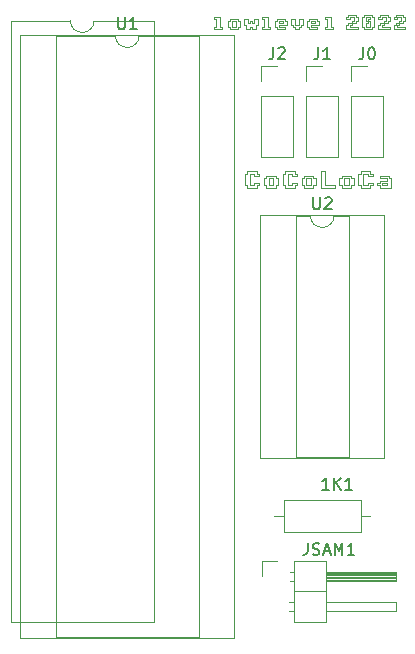
<source format=gto>
G04 #@! TF.GenerationSoftware,KiCad,Pcbnew,(5.1.9)-1*
G04 #@! TF.CreationDate,2022-09-29T01:04:44-04:00*
G04 #@! TF.ProjectId,Cocoloca,436f636f-6c6f-4636-912e-6b696361645f,rev?*
G04 #@! TF.SameCoordinates,Original*
G04 #@! TF.FileFunction,Legend,Top*
G04 #@! TF.FilePolarity,Positive*
%FSLAX46Y46*%
G04 Gerber Fmt 4.6, Leading zero omitted, Abs format (unit mm)*
G04 Created by KiCad (PCBNEW (5.1.9)-1) date 2022-09-29 01:04:44*
%MOMM*%
%LPD*%
G01*
G04 APERTURE LIST*
%ADD10C,0.014400*%
%ADD11C,0.010000*%
%ADD12C,0.120000*%
%ADD13C,0.150000*%
G04 APERTURE END LIST*
D10*
X146784390Y-92638829D02*
X146585171Y-92638829D01*
X145784781Y-91839610D02*
X146585171Y-91839610D01*
X148784781Y-92638829D02*
X148784781Y-92040000D01*
X147185171Y-91440000D02*
X147584781Y-91440000D01*
X145184781Y-92638829D02*
X144985563Y-92638829D01*
X145184781Y-91639219D02*
X145184781Y-91839610D01*
X143185563Y-92040000D02*
X143185563Y-92638829D01*
X146585171Y-92040000D02*
X146784390Y-92040000D01*
X146585171Y-92839219D02*
X145784781Y-92839219D01*
X144785171Y-92439610D02*
X145184781Y-92439610D01*
X143985953Y-92638829D02*
X143985953Y-91639219D01*
X148384000Y-92638829D02*
X148384000Y-92839219D01*
X147584781Y-91440000D02*
X147584781Y-92638829D01*
X145585563Y-92040000D02*
X145784781Y-92040000D01*
X145184781Y-91839610D02*
X144785171Y-91839610D01*
X145784781Y-92839219D02*
X145784781Y-92638829D01*
X144185171Y-92839219D02*
X144185171Y-92638829D01*
X146585171Y-91839610D02*
X146585171Y-92040000D01*
X144785171Y-91639219D02*
X144385563Y-91639219D01*
X143985953Y-91639219D02*
X144185171Y-91639219D01*
X147584781Y-92638829D02*
X148384000Y-92638829D01*
X146585171Y-92638829D02*
X146585171Y-92839219D01*
X144985563Y-91639219D02*
X145184781Y-91639219D01*
X144985563Y-92839219D02*
X144185171Y-92839219D01*
X145985171Y-92638829D02*
X145985171Y-92040000D01*
X145184781Y-92439610D02*
X145184781Y-92638829D01*
X148784781Y-92040000D02*
X148984000Y-92040000D01*
X147185171Y-92839219D02*
X147185171Y-91440000D01*
X144985563Y-92638829D02*
X144985563Y-92839219D01*
X144385563Y-91639219D02*
X144385563Y-92638829D01*
X146384781Y-92638829D02*
X145985171Y-92638829D01*
X145985171Y-92040000D02*
X146384781Y-92040000D01*
X144985563Y-91440000D02*
X144985563Y-91639219D01*
X145784781Y-92638829D02*
X145585563Y-92638829D01*
X144185171Y-92638829D02*
X143985953Y-92638829D01*
X144385563Y-92638829D02*
X144785171Y-92638829D01*
X144785171Y-91839610D02*
X144785171Y-91639219D01*
X146784390Y-92040000D02*
X146784390Y-92638829D01*
X143185563Y-92638829D02*
X142785953Y-92638829D01*
X145585563Y-92638829D02*
X145585563Y-92040000D01*
X148384000Y-92839219D02*
X147185171Y-92839219D01*
X144785171Y-92638829D02*
X144785171Y-92439610D01*
X145784781Y-92040000D02*
X145784781Y-91839610D01*
X144185171Y-91440000D02*
X144985563Y-91440000D01*
X146384781Y-92040000D02*
X146384781Y-92638829D01*
X144185171Y-91639219D02*
X144185171Y-91440000D01*
X140786734Y-92638829D02*
X140786734Y-91639219D01*
X140786734Y-91639219D02*
X140985953Y-91639219D01*
X141585953Y-92638829D02*
X141585953Y-92439610D01*
X142585563Y-91839610D02*
X143385953Y-91839610D01*
X141786344Y-91639219D02*
X141985563Y-91639219D01*
X140985953Y-91639219D02*
X140985953Y-91440000D01*
X142785953Y-92040000D02*
X143185563Y-92040000D01*
X142785953Y-92638829D02*
X142785953Y-92040000D01*
X142585563Y-92638829D02*
X142386344Y-92638829D01*
X140985953Y-91440000D02*
X141786344Y-91440000D01*
X142585563Y-92839219D02*
X142585563Y-92638829D01*
X141585953Y-92439610D02*
X141985563Y-92439610D01*
X141585953Y-91839610D02*
X141585953Y-91639219D01*
X143385953Y-92839219D02*
X142585563Y-92839219D01*
X143385953Y-92638829D02*
X143385953Y-92839219D01*
X141985563Y-92439610D02*
X141985563Y-92638829D01*
X143585171Y-92638829D02*
X143385953Y-92638829D01*
X143585171Y-92040000D02*
X143585171Y-92638829D01*
X142386344Y-92040000D02*
X142585563Y-92040000D01*
X143385953Y-92040000D02*
X143585171Y-92040000D01*
X143385953Y-91839610D02*
X143385953Y-92040000D01*
X142585563Y-92040000D02*
X142585563Y-91839610D01*
X142386344Y-92638829D02*
X142386344Y-92040000D01*
X140985953Y-92638829D02*
X140786734Y-92638829D01*
X140985953Y-92839219D02*
X140985953Y-92638829D01*
X141786344Y-92839219D02*
X140985953Y-92839219D01*
X141786344Y-91440000D02*
X141786344Y-91639219D01*
X141985563Y-92638829D02*
X141786344Y-92638829D01*
X141585953Y-91639219D02*
X141186344Y-91639219D01*
X141985563Y-91639219D02*
X141985563Y-91839610D01*
X141186344Y-92638829D02*
X141585953Y-92638829D01*
X141786344Y-92638829D02*
X141786344Y-92839219D01*
X141186344Y-91639219D02*
X141186344Y-92638829D01*
X141985563Y-91839610D02*
X141585953Y-91839610D01*
X152383609Y-92439610D02*
X152783215Y-92439610D01*
X152183219Y-92839219D02*
X152183219Y-92638829D01*
X152783215Y-92439610D02*
X152783215Y-92638829D01*
X152183219Y-92638829D02*
X151984000Y-92638829D01*
X152783215Y-92638829D02*
X152383609Y-92638829D01*
X152383609Y-92638829D02*
X152383609Y-92439610D01*
X150583609Y-91440000D02*
X151384000Y-91440000D01*
X149584000Y-92040000D02*
X149584000Y-92638829D01*
X149983610Y-92638829D02*
X149784390Y-92638829D01*
X149184390Y-92638829D02*
X149184390Y-92040000D01*
X151583219Y-91839610D02*
X151183609Y-91839610D01*
X153182828Y-92839219D02*
X152183219Y-92839219D01*
X153182828Y-92040000D02*
X153182828Y-92839219D01*
X149983610Y-92040000D02*
X149983610Y-92638829D01*
X151183609Y-91639219D02*
X150784000Y-91639219D01*
X150583609Y-92638829D02*
X150384390Y-92638829D01*
X152183219Y-92239219D02*
X152783215Y-92239219D01*
X151984000Y-92439610D02*
X152183219Y-92439610D01*
X152983604Y-92040000D02*
X153182828Y-92040000D01*
X149784390Y-92638829D02*
X149784390Y-92839219D01*
X152983604Y-91839610D02*
X152983604Y-92040000D01*
X152183219Y-91839610D02*
X152983604Y-91839610D01*
X151583219Y-92439610D02*
X151583219Y-92638829D01*
X150784000Y-91639219D02*
X150784000Y-92638829D01*
X151384000Y-92839219D02*
X150583609Y-92839219D01*
X152183219Y-92040000D02*
X152183219Y-91839610D01*
X152783215Y-92040000D02*
X152183219Y-92040000D01*
X148984000Y-92638829D02*
X148784781Y-92638829D01*
X152783215Y-92239219D02*
X152783215Y-92040000D01*
X152183219Y-92439610D02*
X152183219Y-92239219D01*
X151984000Y-92638829D02*
X151984000Y-92439610D01*
X149784390Y-91839610D02*
X149784390Y-92040000D01*
X150583609Y-92839219D02*
X150583609Y-92638829D01*
X151183609Y-92439610D02*
X151583219Y-92439610D01*
X151384000Y-92638829D02*
X151384000Y-92839219D01*
X149584000Y-92638829D02*
X149184390Y-92638829D01*
X148984000Y-92839219D02*
X148984000Y-92638829D01*
X151183609Y-91839610D02*
X151183609Y-91639219D01*
X151384000Y-91639219D02*
X151583219Y-91639219D01*
X150583609Y-91639219D02*
X150583609Y-91440000D01*
X149184390Y-92040000D02*
X149584000Y-92040000D01*
X150384390Y-91639219D02*
X150583609Y-91639219D01*
X148984000Y-92040000D02*
X148984000Y-91839610D01*
X149784390Y-92040000D02*
X149983610Y-92040000D01*
X151183609Y-92638829D02*
X151183609Y-92439610D01*
X151583219Y-92638829D02*
X151384000Y-92638829D01*
X150384390Y-92638829D02*
X150384390Y-91639219D01*
X149784390Y-92839219D02*
X148984000Y-92839219D01*
X148984000Y-91839610D02*
X149784390Y-91839610D01*
X150784000Y-92638829D02*
X151183609Y-92638829D01*
X151583219Y-91639219D02*
X151583219Y-91839610D01*
X151384000Y-91440000D02*
X151384000Y-91639219D01*
D11*
X140200000Y-79248000D02*
X140200000Y-79414992D01*
X140200000Y-78581984D02*
X140200000Y-78748976D01*
X139533008Y-78748976D02*
X139533008Y-78581984D01*
X139533008Y-79248000D02*
X139366992Y-79248000D01*
X140200000Y-79414992D02*
X139533008Y-79414992D01*
X139533008Y-79414992D02*
X139533008Y-79248000D01*
X140366015Y-79248000D02*
X140200000Y-79248000D01*
X140200000Y-78748976D02*
X140366015Y-78748976D01*
X139366992Y-78748976D02*
X139533008Y-78748976D01*
X139533008Y-78581984D02*
X140200000Y-78581984D01*
X140366015Y-78748976D02*
X140366015Y-79248000D01*
X139366992Y-79248000D02*
X139366992Y-78748976D01*
X138366992Y-78581984D02*
X138200000Y-78581984D01*
X150697072Y-79248000D02*
X150697072Y-78414992D01*
X149697072Y-78581984D02*
X149364062Y-78581984D01*
X151530082Y-78414992D02*
X151696092Y-78414992D01*
X151363082Y-78414992D02*
X151363082Y-78581984D01*
X150863082Y-79248000D02*
X150697072Y-79248000D01*
X150863082Y-78248976D02*
X151530082Y-78248976D01*
X151530082Y-79248000D02*
X151530082Y-79414992D01*
X151196092Y-78914992D02*
X151030082Y-78914992D01*
X151196092Y-78581984D02*
X151196092Y-78748976D01*
X151363082Y-78581984D02*
X151196092Y-78581984D01*
X151530082Y-78248976D02*
X151530082Y-78414992D01*
X150030082Y-78748976D02*
X150030082Y-78414992D01*
X150697072Y-78414992D02*
X150863082Y-78414992D01*
X150863082Y-78414992D02*
X150863082Y-78248976D01*
X151196092Y-78748976D02*
X151196092Y-78914992D01*
X149697072Y-78414992D02*
X149697072Y-78581984D01*
X151696092Y-78414992D02*
X151696092Y-79248000D01*
X151030082Y-78414992D02*
X151363082Y-78414992D01*
X151530082Y-79414992D02*
X150863082Y-79414992D01*
X150863082Y-79414992D02*
X150863082Y-79248000D01*
X151696092Y-79248000D02*
X151530082Y-79248000D01*
X150030082Y-78414992D02*
X149697072Y-78414992D01*
X149863082Y-78748976D02*
X150030082Y-78748976D01*
X149530082Y-78914992D02*
X149863082Y-78914992D01*
X150363082Y-79414992D02*
X149364062Y-79414992D01*
X150197072Y-78748976D02*
X150197072Y-78914992D01*
X150363082Y-78414992D02*
X150363082Y-78748976D01*
X149863082Y-78914992D02*
X149863082Y-78748976D01*
X149863082Y-79081984D02*
X149697072Y-79081008D01*
X147698047Y-78581984D02*
X147531055Y-78581984D01*
X150197072Y-78414992D02*
X150363082Y-78414992D01*
X149364062Y-78414992D02*
X149530082Y-78414992D01*
X149697072Y-79081008D02*
X149697072Y-79248000D01*
X150197072Y-78248976D02*
X150197072Y-78414992D01*
X149530082Y-79081984D02*
X149530082Y-78914992D01*
X149364062Y-78581984D02*
X149364062Y-78414992D01*
X149364062Y-79081984D02*
X149530082Y-79081984D01*
X149364062Y-79414992D02*
X149364062Y-79081984D01*
X150363082Y-79248000D02*
X150363082Y-79414992D01*
X149530082Y-78248976D02*
X150197072Y-78248976D01*
X147698047Y-79248000D02*
X147698047Y-78581984D01*
X149863082Y-78914992D02*
X149863082Y-79081984D01*
X149530082Y-78414992D02*
X149530082Y-78248976D01*
X149697072Y-79248000D02*
X150363082Y-79248000D01*
X150197072Y-78914992D02*
X149863082Y-78914992D01*
X150363082Y-78748976D02*
X150197072Y-78748976D01*
X152196092Y-78248976D02*
X152863082Y-78248976D01*
X151363082Y-78748976D02*
X151196092Y-78748976D01*
X151196092Y-78748976D02*
X151030082Y-78748976D01*
X152030082Y-78581984D02*
X152030082Y-78414992D01*
X152529102Y-79081984D02*
X152363082Y-79081008D01*
X152529102Y-78914992D02*
X152529102Y-78748976D01*
X152196092Y-79081984D02*
X152196092Y-78914992D01*
X153029102Y-79248000D02*
X153029102Y-79414992D01*
X152030082Y-79081984D02*
X152196092Y-79081984D01*
X152863082Y-78914992D02*
X152529102Y-78914992D01*
X152696092Y-78748976D02*
X152696092Y-78414992D01*
X154196092Y-78248976D02*
X154196092Y-78414992D01*
X153029102Y-79414992D02*
X152030082Y-79414992D01*
X153029102Y-78748976D02*
X152863082Y-78748976D01*
X151030082Y-79248000D02*
X151363082Y-79248000D01*
X152863082Y-78748976D02*
X152863082Y-78914992D01*
X154362112Y-78414992D02*
X154362112Y-78748976D01*
X153529102Y-78248976D02*
X154196092Y-78248976D01*
X152529102Y-78914992D02*
X152529102Y-79081984D01*
X152363082Y-78581984D02*
X152030082Y-78581984D01*
X152529102Y-78748976D02*
X152696092Y-78748976D01*
X151030082Y-78748976D02*
X151030082Y-78414992D01*
X152030082Y-79414992D02*
X152030082Y-79081984D01*
X152863082Y-78248976D02*
X152863082Y-78414992D01*
X152196092Y-78414992D02*
X152196092Y-78248976D01*
X151030082Y-78914992D02*
X151030082Y-79248000D01*
X152696092Y-78414992D02*
X152363082Y-78414992D01*
X152030082Y-78414992D02*
X152196092Y-78414992D01*
X153696092Y-79248000D02*
X154362112Y-79248000D01*
X153696092Y-79081008D02*
X153696092Y-79248000D01*
X153862112Y-79081984D02*
X153696092Y-79081008D01*
X154196092Y-78414992D02*
X154362112Y-78414992D01*
X152363082Y-78414992D02*
X152363082Y-78581984D01*
X153862112Y-78914992D02*
X153862112Y-79081984D01*
X154196092Y-78914992D02*
X153862112Y-78914992D01*
X153529102Y-78414992D02*
X153529102Y-78248976D01*
X154362112Y-78748976D02*
X154196092Y-78748976D01*
X151363082Y-79248000D02*
X151363082Y-78748976D01*
X154196092Y-78748976D02*
X154196092Y-78914992D01*
X153363082Y-78414992D02*
X153529102Y-78414992D01*
X153363082Y-78581984D02*
X153363082Y-78414992D01*
X152196092Y-78914992D02*
X152529102Y-78914992D01*
X152863082Y-78414992D02*
X153029102Y-78414992D01*
X152363082Y-79248000D02*
X153029102Y-79248000D01*
X152363082Y-79081008D02*
X152363082Y-79248000D01*
X153029102Y-78414992D02*
X153029102Y-78748976D01*
X138866992Y-79414992D02*
X138200000Y-79414992D01*
X138700000Y-79248000D02*
X138866992Y-79248000D01*
X138700000Y-78414992D02*
X138700000Y-79248000D01*
X138366992Y-79248000D02*
X138366992Y-78581984D01*
X138200000Y-79248000D02*
X138366992Y-79248000D01*
X138200000Y-79414992D02*
X138200000Y-79248000D01*
X138866992Y-79248000D02*
X138866992Y-79414992D01*
X138200000Y-78414992D02*
X138700000Y-78414992D01*
X138200000Y-78581984D02*
X138200000Y-78414992D01*
X143366015Y-78748976D02*
X143532031Y-78748976D01*
X143532031Y-79248000D02*
X143366015Y-79248000D01*
X144199023Y-79414992D02*
X143532031Y-79414992D01*
X142366015Y-79248000D02*
X142366015Y-78581984D01*
X143532031Y-78748976D02*
X143532031Y-78581984D01*
X142866015Y-79248000D02*
X142866015Y-79414992D01*
X144199023Y-79248000D02*
X144199023Y-79414992D01*
X143699023Y-79081984D02*
X143699023Y-79248000D01*
X144365039Y-79081984D02*
X143699023Y-79081984D01*
X143366015Y-79248000D02*
X143366015Y-78748976D01*
X143699023Y-79248000D02*
X144199023Y-79248000D01*
X143532031Y-78581984D02*
X144199023Y-78581984D01*
X142699023Y-78414992D02*
X142699023Y-79248000D01*
X144199023Y-78581984D02*
X144199023Y-78748976D01*
X143532031Y-79414992D02*
X143532031Y-79248000D01*
X144365039Y-78748976D02*
X144365039Y-79081984D01*
X142199023Y-79248000D02*
X142366015Y-79248000D01*
X144199023Y-78748976D02*
X144365039Y-78748976D01*
X142366015Y-78581984D02*
X142199023Y-78581984D01*
X142199023Y-78414992D02*
X142699023Y-78414992D01*
X142199023Y-79414992D02*
X142199023Y-79248000D01*
X142699023Y-79248000D02*
X142866015Y-79248000D01*
X142866015Y-79414992D02*
X142199023Y-79414992D01*
X153529102Y-78914992D02*
X153862112Y-78914992D01*
X154362112Y-79248000D02*
X154362112Y-79414992D01*
X153363082Y-79081984D02*
X153529102Y-79081984D01*
X154029101Y-78414992D02*
X153696092Y-78414992D01*
X153529102Y-79081984D02*
X153529102Y-78914992D01*
X154362112Y-79414992D02*
X153363082Y-79414992D01*
X153363082Y-79414992D02*
X153363082Y-79081984D01*
X153862112Y-78748976D02*
X154029101Y-78748976D01*
X154029101Y-78748976D02*
X154029101Y-78414992D01*
X153696092Y-78581984D02*
X153363082Y-78581984D01*
X153696092Y-78414992D02*
X153696092Y-78581984D01*
X153862112Y-78914992D02*
X153862112Y-78748976D01*
X148031052Y-78414992D02*
X148031052Y-79248000D01*
X146365039Y-79081984D02*
X146365039Y-79248000D01*
X146865039Y-79414992D02*
X146198046Y-79414992D01*
X146365039Y-79248000D02*
X146865039Y-79248000D01*
X147531055Y-78414992D02*
X148031052Y-78414992D01*
X148198042Y-79414992D02*
X147531055Y-79414992D01*
X147531055Y-78581984D02*
X147531055Y-78414992D01*
X146198046Y-78581984D02*
X146865039Y-78581984D01*
X146365039Y-78914992D02*
X146365039Y-78748976D01*
X146198046Y-79248000D02*
X146032031Y-79248000D01*
X146198046Y-79414992D02*
X146198046Y-79248000D01*
X146865039Y-79248000D02*
X146865039Y-79414992D01*
X146698047Y-78914992D02*
X146365039Y-78914992D01*
X146365039Y-78748976D02*
X146698047Y-78748976D01*
X146698047Y-78748976D02*
X146698047Y-78914992D01*
X147031055Y-79081984D02*
X146365039Y-79081984D01*
X146865039Y-78748976D02*
X147031055Y-78748976D01*
X147031055Y-78748976D02*
X147031055Y-79081984D01*
X146865039Y-78581984D02*
X146865039Y-78748976D01*
X147531055Y-79248000D02*
X147698047Y-79248000D01*
X147531055Y-79414992D02*
X147531055Y-79248000D01*
X148198042Y-79248000D02*
X148198042Y-79414992D01*
X148031052Y-79248000D02*
X148198042Y-79248000D01*
X140033008Y-78748976D02*
X140033008Y-79248000D01*
X141366015Y-79414992D02*
X141366015Y-79248000D01*
X141366015Y-79248000D02*
X141199023Y-79248000D01*
X141699023Y-79414992D02*
X141366015Y-79414992D01*
X141866015Y-79081984D02*
X141699023Y-79081984D01*
X141866015Y-78581984D02*
X141866015Y-79081984D01*
X141533008Y-78914992D02*
X141533008Y-78581984D01*
X141199023Y-78748976D02*
X141366015Y-78748976D01*
X141366015Y-78748976D02*
X141366015Y-78914992D01*
X140866015Y-79414992D02*
X140866015Y-79081984D01*
X141199023Y-79414992D02*
X140866015Y-79414992D01*
X141199023Y-79248000D02*
X141199023Y-79414992D01*
X141699023Y-79081984D02*
X141699023Y-79414992D01*
X141033008Y-78914992D02*
X141199023Y-78914992D01*
X141033008Y-78581984D02*
X141033008Y-78914992D01*
X140700000Y-79081984D02*
X140700000Y-78581984D01*
X140033008Y-79248000D02*
X139700000Y-79248000D01*
X141533008Y-78581984D02*
X141866015Y-78581984D01*
X141366015Y-78914992D02*
X141533008Y-78914992D01*
X140700000Y-78581984D02*
X141033008Y-78581984D01*
X142199023Y-78581984D02*
X142199023Y-78414992D01*
X140866015Y-79081984D02*
X140700000Y-79081984D01*
X141199023Y-78914992D02*
X141199023Y-78748976D01*
X144865039Y-79248000D02*
X144865039Y-79081984D01*
X145032031Y-79248000D02*
X144865039Y-79248000D01*
X144032031Y-78748976D02*
X144032031Y-78914992D01*
X145365039Y-79248000D02*
X145365039Y-79414992D01*
X143699023Y-78914992D02*
X143699023Y-78748976D01*
X144699023Y-79081984D02*
X144699023Y-78581984D01*
X145698047Y-78581984D02*
X145698047Y-79081984D01*
X145032031Y-78581984D02*
X145032031Y-79081984D01*
X145365039Y-79414992D02*
X145032031Y-79414992D01*
X145032031Y-79414992D02*
X145032031Y-79248000D01*
X145532031Y-79248000D02*
X145365039Y-79248000D01*
X144699023Y-78581984D02*
X145032031Y-78581984D01*
X143699023Y-78748976D02*
X144032031Y-78748976D01*
X145365039Y-78581984D02*
X145698047Y-78581984D01*
X144865039Y-79081984D02*
X144699023Y-79081984D01*
X145032031Y-79081984D02*
X145365039Y-79081984D01*
X145532031Y-79081984D02*
X145532031Y-79248000D01*
X145698047Y-79081984D02*
X145532031Y-79081984D01*
X145365039Y-79081984D02*
X145365039Y-78581984D01*
X144032031Y-78914992D02*
X143699023Y-78914992D01*
X146198046Y-78748976D02*
X146198046Y-78581984D01*
X146032031Y-78748976D02*
X146198046Y-78748976D01*
X146032031Y-79248000D02*
X146032031Y-78748976D01*
X139700000Y-78748976D02*
X140033008Y-78748976D01*
X139700000Y-79248000D02*
X139700000Y-78748976D01*
D12*
X152570000Y-95130000D02*
X142070000Y-95130000D01*
X152570000Y-115690000D02*
X152570000Y-95130000D01*
X142070000Y-115690000D02*
X152570000Y-115690000D01*
X142070000Y-95130000D02*
X142070000Y-115690000D01*
X149570000Y-95190000D02*
X148320000Y-95190000D01*
X149570000Y-115630000D02*
X149570000Y-95190000D01*
X145070000Y-115630000D02*
X149570000Y-115630000D01*
X145070000Y-95190000D02*
X145070000Y-115630000D01*
X146320000Y-95190000D02*
X145070000Y-95190000D01*
X148320000Y-95190000D02*
G75*
G02*
X146320000Y-95190000I-1000000J0D01*
G01*
X133060000Y-78680000D02*
X128000000Y-78680000D01*
X133060000Y-129600000D02*
X133060000Y-78680000D01*
X120940000Y-129600000D02*
X133060000Y-129600000D01*
X120940000Y-78680000D02*
X120940000Y-129600000D01*
X126000000Y-78680000D02*
X120940000Y-78680000D01*
X128000000Y-78680000D02*
G75*
G02*
X126000000Y-78680000I-1000000J0D01*
G01*
X139870000Y-79890000D02*
X121750000Y-79890000D01*
X139870000Y-130930000D02*
X139870000Y-79890000D01*
X121750000Y-130930000D02*
X139870000Y-130930000D01*
X121750000Y-79890000D02*
X121750000Y-130930000D01*
X136870000Y-79950000D02*
X131810000Y-79950000D01*
X136870000Y-130870000D02*
X136870000Y-79950000D01*
X124750000Y-130870000D02*
X136870000Y-130870000D01*
X124750000Y-79950000D02*
X124750000Y-130870000D01*
X129810000Y-79950000D02*
X124750000Y-79950000D01*
X131810000Y-79950000D02*
G75*
G02*
X129810000Y-79950000I-1000000J0D01*
G01*
X151360000Y-120650000D02*
X150590000Y-120650000D01*
X143280000Y-120650000D02*
X144050000Y-120650000D01*
X150590000Y-119280000D02*
X144050000Y-119280000D01*
X150590000Y-122020000D02*
X150590000Y-119280000D01*
X144050000Y-122020000D02*
X150590000Y-122020000D01*
X144050000Y-119280000D02*
X144050000Y-122020000D01*
X142240000Y-124460000D02*
X143510000Y-124460000D01*
X142240000Y-125730000D02*
X142240000Y-124460000D01*
X144552929Y-128650000D02*
X144950000Y-128650000D01*
X144552929Y-127890000D02*
X144950000Y-127890000D01*
X153610000Y-128650000D02*
X147610000Y-128650000D01*
X153610000Y-127890000D02*
X153610000Y-128650000D01*
X147610000Y-127890000D02*
X153610000Y-127890000D01*
X144950000Y-127000000D02*
X147610000Y-127000000D01*
X144620000Y-126110000D02*
X144950000Y-126110000D01*
X144620000Y-125350000D02*
X144950000Y-125350000D01*
X147610000Y-126010000D02*
X153610000Y-126010000D01*
X147610000Y-125890000D02*
X153610000Y-125890000D01*
X147610000Y-125770000D02*
X153610000Y-125770000D01*
X147610000Y-125650000D02*
X153610000Y-125650000D01*
X147610000Y-125530000D02*
X153610000Y-125530000D01*
X147610000Y-125410000D02*
X153610000Y-125410000D01*
X153610000Y-126110000D02*
X147610000Y-126110000D01*
X153610000Y-125350000D02*
X153610000Y-126110000D01*
X147610000Y-125350000D02*
X153610000Y-125350000D01*
X147610000Y-124400000D02*
X144950000Y-124400000D01*
X147610000Y-129600000D02*
X147610000Y-124400000D01*
X144950000Y-129600000D02*
X147610000Y-129600000D01*
X144950000Y-124400000D02*
X144950000Y-129600000D01*
X142180000Y-82490000D02*
X143510000Y-82490000D01*
X142180000Y-83820000D02*
X142180000Y-82490000D01*
X142180000Y-85090000D02*
X144840000Y-85090000D01*
X144840000Y-85090000D02*
X144840000Y-90230000D01*
X142180000Y-85090000D02*
X142180000Y-90230000D01*
X142180000Y-90230000D02*
X144840000Y-90230000D01*
X145990000Y-82490000D02*
X147320000Y-82490000D01*
X145990000Y-83820000D02*
X145990000Y-82490000D01*
X145990000Y-85090000D02*
X148650000Y-85090000D01*
X148650000Y-85090000D02*
X148650000Y-90230000D01*
X145990000Y-85090000D02*
X145990000Y-90230000D01*
X145990000Y-90230000D02*
X148650000Y-90230000D01*
X149800000Y-82490000D02*
X151130000Y-82490000D01*
X149800000Y-83820000D02*
X149800000Y-82490000D01*
X149800000Y-85090000D02*
X152460000Y-85090000D01*
X152460000Y-85090000D02*
X152460000Y-90230000D01*
X149800000Y-85090000D02*
X149800000Y-90230000D01*
X149800000Y-90230000D02*
X152460000Y-90230000D01*
D13*
X146558095Y-93642380D02*
X146558095Y-94451904D01*
X146605714Y-94547142D01*
X146653333Y-94594761D01*
X146748571Y-94642380D01*
X146939047Y-94642380D01*
X147034285Y-94594761D01*
X147081904Y-94547142D01*
X147129523Y-94451904D01*
X147129523Y-93642380D01*
X147558095Y-93737619D02*
X147605714Y-93690000D01*
X147700952Y-93642380D01*
X147939047Y-93642380D01*
X148034285Y-93690000D01*
X148081904Y-93737619D01*
X148129523Y-93832857D01*
X148129523Y-93928095D01*
X148081904Y-94070952D01*
X147510476Y-94642380D01*
X148129523Y-94642380D01*
X130048095Y-78402380D02*
X130048095Y-79211904D01*
X130095714Y-79307142D01*
X130143333Y-79354761D01*
X130238571Y-79402380D01*
X130429047Y-79402380D01*
X130524285Y-79354761D01*
X130571904Y-79307142D01*
X130619523Y-79211904D01*
X130619523Y-78402380D01*
X131619523Y-79402380D02*
X131048095Y-79402380D01*
X131333809Y-79402380D02*
X131333809Y-78402380D01*
X131238571Y-78545238D01*
X131143333Y-78640476D01*
X131048095Y-78688095D01*
X147899523Y-118382380D02*
X147328095Y-118382380D01*
X147613809Y-118382380D02*
X147613809Y-117382380D01*
X147518571Y-117525238D01*
X147423333Y-117620476D01*
X147328095Y-117668095D01*
X148328095Y-118382380D02*
X148328095Y-117382380D01*
X148899523Y-118382380D02*
X148470952Y-117810952D01*
X148899523Y-117382380D02*
X148328095Y-117953809D01*
X149851904Y-118382380D02*
X149280476Y-118382380D01*
X149566190Y-118382380D02*
X149566190Y-117382380D01*
X149470952Y-117525238D01*
X149375714Y-117620476D01*
X149280476Y-117668095D01*
X146085476Y-122912380D02*
X146085476Y-123626666D01*
X146037857Y-123769523D01*
X145942619Y-123864761D01*
X145799761Y-123912380D01*
X145704523Y-123912380D01*
X146514047Y-123864761D02*
X146656904Y-123912380D01*
X146895000Y-123912380D01*
X146990238Y-123864761D01*
X147037857Y-123817142D01*
X147085476Y-123721904D01*
X147085476Y-123626666D01*
X147037857Y-123531428D01*
X146990238Y-123483809D01*
X146895000Y-123436190D01*
X146704523Y-123388571D01*
X146609285Y-123340952D01*
X146561666Y-123293333D01*
X146514047Y-123198095D01*
X146514047Y-123102857D01*
X146561666Y-123007619D01*
X146609285Y-122960000D01*
X146704523Y-122912380D01*
X146942619Y-122912380D01*
X147085476Y-122960000D01*
X147466428Y-123626666D02*
X147942619Y-123626666D01*
X147371190Y-123912380D02*
X147704523Y-122912380D01*
X148037857Y-123912380D01*
X148371190Y-123912380D02*
X148371190Y-122912380D01*
X148704523Y-123626666D01*
X149037857Y-122912380D01*
X149037857Y-123912380D01*
X150037857Y-123912380D02*
X149466428Y-123912380D01*
X149752142Y-123912380D02*
X149752142Y-122912380D01*
X149656904Y-123055238D01*
X149561666Y-123150476D01*
X149466428Y-123198095D01*
X143176666Y-80942380D02*
X143176666Y-81656666D01*
X143129047Y-81799523D01*
X143033809Y-81894761D01*
X142890952Y-81942380D01*
X142795714Y-81942380D01*
X143605238Y-81037619D02*
X143652857Y-80990000D01*
X143748095Y-80942380D01*
X143986190Y-80942380D01*
X144081428Y-80990000D01*
X144129047Y-81037619D01*
X144176666Y-81132857D01*
X144176666Y-81228095D01*
X144129047Y-81370952D01*
X143557619Y-81942380D01*
X144176666Y-81942380D01*
X146986666Y-80942380D02*
X146986666Y-81656666D01*
X146939047Y-81799523D01*
X146843809Y-81894761D01*
X146700952Y-81942380D01*
X146605714Y-81942380D01*
X147986666Y-81942380D02*
X147415238Y-81942380D01*
X147700952Y-81942380D02*
X147700952Y-80942380D01*
X147605714Y-81085238D01*
X147510476Y-81180476D01*
X147415238Y-81228095D01*
X150796666Y-80942380D02*
X150796666Y-81656666D01*
X150749047Y-81799523D01*
X150653809Y-81894761D01*
X150510952Y-81942380D01*
X150415714Y-81942380D01*
X151463333Y-80942380D02*
X151558571Y-80942380D01*
X151653809Y-80990000D01*
X151701428Y-81037619D01*
X151749047Y-81132857D01*
X151796666Y-81323333D01*
X151796666Y-81561428D01*
X151749047Y-81751904D01*
X151701428Y-81847142D01*
X151653809Y-81894761D01*
X151558571Y-81942380D01*
X151463333Y-81942380D01*
X151368095Y-81894761D01*
X151320476Y-81847142D01*
X151272857Y-81751904D01*
X151225238Y-81561428D01*
X151225238Y-81323333D01*
X151272857Y-81132857D01*
X151320476Y-81037619D01*
X151368095Y-80990000D01*
X151463333Y-80942380D01*
M02*

</source>
